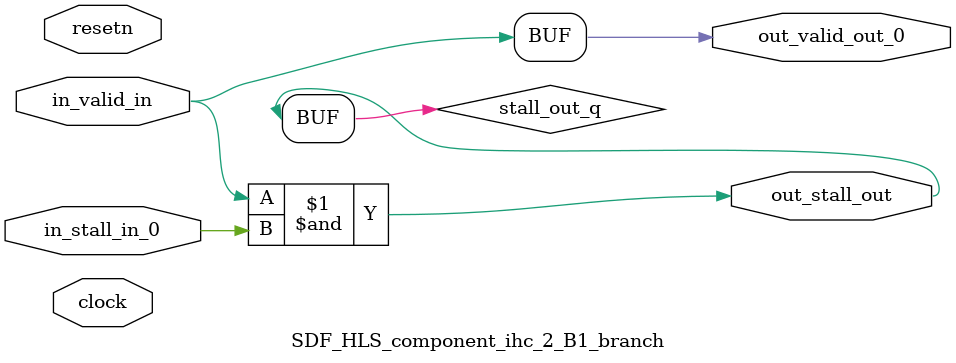
<source format=sv>



(* altera_attribute = "-name AUTO_SHIFT_REGISTER_RECOGNITION OFF; -name MESSAGE_DISABLE 10036; -name MESSAGE_DISABLE 10037; -name MESSAGE_DISABLE 14130; -name MESSAGE_DISABLE 14320; -name MESSAGE_DISABLE 15400; -name MESSAGE_DISABLE 14130; -name MESSAGE_DISABLE 10036; -name MESSAGE_DISABLE 12020; -name MESSAGE_DISABLE 12030; -name MESSAGE_DISABLE 12010; -name MESSAGE_DISABLE 12110; -name MESSAGE_DISABLE 14320; -name MESSAGE_DISABLE 13410; -name MESSAGE_DISABLE 113007; -name MESSAGE_DISABLE 10958" *)
module SDF_HLS_component_ihc_2_B1_branch (
    input wire [0:0] in_stall_in_0,
    input wire [0:0] in_valid_in,
    output wire [0:0] out_stall_out,
    output wire [0:0] out_valid_out_0,
    input wire clock,
    input wire resetn
    );

    wire [0:0] stall_out_q;


    // stall_out(LOGICAL,6)
    assign stall_out_q = in_valid_in & in_stall_in_0;

    // out_stall_out(GPOUT,4)
    assign out_stall_out = stall_out_q;

    // out_valid_out_0(GPOUT,5)
    assign out_valid_out_0 = in_valid_in;

endmodule

</source>
